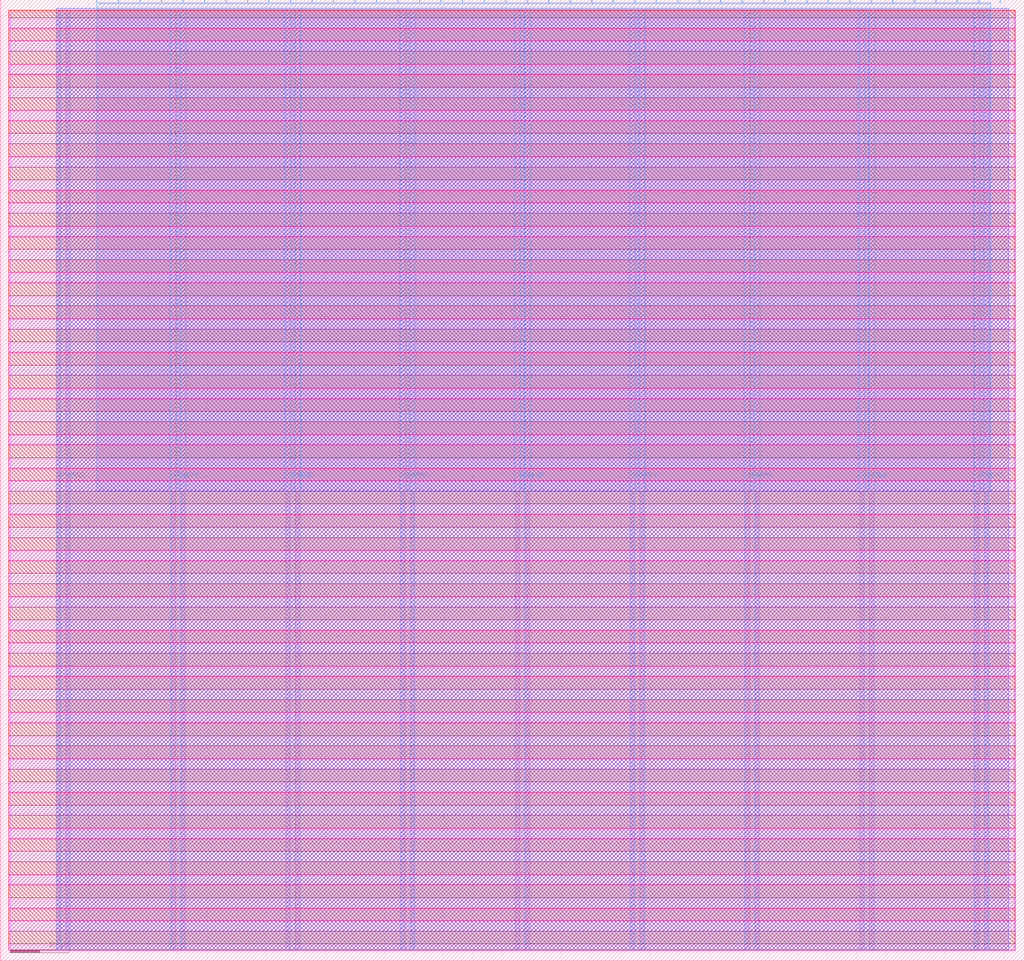
<source format=lef>
VERSION 5.7 ;
  NOWIREEXTENSIONATPIN ON ;
  DIVIDERCHAR "/" ;
  BUSBITCHARS "[]" ;
MACRO tt_um_kercrafter_leds_racer
  CLASS BLOCK ;
  FOREIGN tt_um_kercrafter_leds_racer ;
  ORIGIN 0.000 0.000 ;
  SIZE 346.640 BY 325.360 ;
  PIN VGND
    DIRECTION INOUT ;
    USE GROUND ;
    PORT
      LAYER Metal4 ;
        RECT 22.180 3.620 23.780 321.740 ;
    END
    PORT
      LAYER Metal4 ;
        RECT 61.050 3.620 62.650 321.740 ;
    END
    PORT
      LAYER Metal4 ;
        RECT 99.920 3.620 101.520 321.740 ;
    END
    PORT
      LAYER Metal4 ;
        RECT 138.790 3.620 140.390 321.740 ;
    END
    PORT
      LAYER Metal4 ;
        RECT 177.660 3.620 179.260 321.740 ;
    END
    PORT
      LAYER Metal4 ;
        RECT 216.530 3.620 218.130 321.740 ;
    END
    PORT
      LAYER Metal4 ;
        RECT 255.400 3.620 257.000 321.740 ;
    END
    PORT
      LAYER Metal4 ;
        RECT 294.270 3.620 295.870 321.740 ;
    END
    PORT
      LAYER Metal4 ;
        RECT 333.140 3.620 334.740 321.740 ;
    END
  END VGND
  PIN VPWR
    DIRECTION INOUT ;
    USE POWER ;
    PORT
      LAYER Metal4 ;
        RECT 18.880 3.620 20.480 321.740 ;
    END
    PORT
      LAYER Metal4 ;
        RECT 57.750 3.620 59.350 321.740 ;
    END
    PORT
      LAYER Metal4 ;
        RECT 96.620 3.620 98.220 321.740 ;
    END
    PORT
      LAYER Metal4 ;
        RECT 135.490 3.620 137.090 321.740 ;
    END
    PORT
      LAYER Metal4 ;
        RECT 174.360 3.620 175.960 321.740 ;
    END
    PORT
      LAYER Metal4 ;
        RECT 213.230 3.620 214.830 321.740 ;
    END
    PORT
      LAYER Metal4 ;
        RECT 252.100 3.620 253.700 321.740 ;
    END
    PORT
      LAYER Metal4 ;
        RECT 290.970 3.620 292.570 321.740 ;
    END
    PORT
      LAYER Metal4 ;
        RECT 329.840 3.620 331.440 321.740 ;
    END
  END VPWR
  PIN clk
    DIRECTION INPUT ;
    USE SIGNAL ;
    ANTENNAGATEAREA 4.738000 ;
    PORT
      LAYER Metal4 ;
        RECT 331.090 324.360 331.390 325.360 ;
    END
  END clk
  PIN ena
    DIRECTION INPUT ;
    USE SIGNAL ;
    PORT
      LAYER Metal4 ;
        RECT 338.370 324.360 338.670 325.360 ;
    END
  END ena
  PIN rst_n
    DIRECTION INPUT ;
    USE SIGNAL ;
    ANTENNAGATEAREA 0.396000 ;
    PORT
      LAYER Metal4 ;
        RECT 323.810 324.360 324.110 325.360 ;
    END
  END rst_n
  PIN ui_in[0]
    DIRECTION INPUT ;
    USE SIGNAL ;
    ANTENNAGATEAREA 0.396000 ;
    PORT
      LAYER Metal4 ;
        RECT 316.530 324.360 316.830 325.360 ;
    END
  END ui_in[0]
  PIN ui_in[1]
    DIRECTION INPUT ;
    USE SIGNAL ;
    ANTENNAGATEAREA 0.396000 ;
    PORT
      LAYER Metal4 ;
        RECT 309.250 324.360 309.550 325.360 ;
    END
  END ui_in[1]
  PIN ui_in[2]
    DIRECTION INPUT ;
    USE SIGNAL ;
    ANTENNAGATEAREA 0.396000 ;
    PORT
      LAYER Metal4 ;
        RECT 301.970 324.360 302.270 325.360 ;
    END
  END ui_in[2]
  PIN ui_in[3]
    DIRECTION INPUT ;
    USE SIGNAL ;
    ANTENNAGATEAREA 0.396000 ;
    PORT
      LAYER Metal4 ;
        RECT 294.690 324.360 294.990 325.360 ;
    END
  END ui_in[3]
  PIN ui_in[4]
    DIRECTION INPUT ;
    USE SIGNAL ;
    PORT
      LAYER Metal4 ;
        RECT 287.410 324.360 287.710 325.360 ;
    END
  END ui_in[4]
  PIN ui_in[5]
    DIRECTION INPUT ;
    USE SIGNAL ;
    PORT
      LAYER Metal4 ;
        RECT 280.130 324.360 280.430 325.360 ;
    END
  END ui_in[5]
  PIN ui_in[6]
    DIRECTION INPUT ;
    USE SIGNAL ;
    PORT
      LAYER Metal4 ;
        RECT 272.850 324.360 273.150 325.360 ;
    END
  END ui_in[6]
  PIN ui_in[7]
    DIRECTION INPUT ;
    USE SIGNAL ;
    PORT
      LAYER Metal4 ;
        RECT 265.570 324.360 265.870 325.360 ;
    END
  END ui_in[7]
  PIN uio_in[0]
    DIRECTION INPUT ;
    USE SIGNAL ;
    PORT
      LAYER Metal4 ;
        RECT 258.290 324.360 258.590 325.360 ;
    END
  END uio_in[0]
  PIN uio_in[1]
    DIRECTION INPUT ;
    USE SIGNAL ;
    PORT
      LAYER Metal4 ;
        RECT 251.010 324.360 251.310 325.360 ;
    END
  END uio_in[1]
  PIN uio_in[2]
    DIRECTION INPUT ;
    USE SIGNAL ;
    PORT
      LAYER Metal4 ;
        RECT 243.730 324.360 244.030 325.360 ;
    END
  END uio_in[2]
  PIN uio_in[3]
    DIRECTION INPUT ;
    USE SIGNAL ;
    PORT
      LAYER Metal4 ;
        RECT 236.450 324.360 236.750 325.360 ;
    END
  END uio_in[3]
  PIN uio_in[4]
    DIRECTION INPUT ;
    USE SIGNAL ;
    PORT
      LAYER Metal4 ;
        RECT 229.170 324.360 229.470 325.360 ;
    END
  END uio_in[4]
  PIN uio_in[5]
    DIRECTION INPUT ;
    USE SIGNAL ;
    PORT
      LAYER Metal4 ;
        RECT 221.890 324.360 222.190 325.360 ;
    END
  END uio_in[5]
  PIN uio_in[6]
    DIRECTION INPUT ;
    USE SIGNAL ;
    PORT
      LAYER Metal4 ;
        RECT 214.610 324.360 214.910 325.360 ;
    END
  END uio_in[6]
  PIN uio_in[7]
    DIRECTION INPUT ;
    USE SIGNAL ;
    PORT
      LAYER Metal4 ;
        RECT 207.330 324.360 207.630 325.360 ;
    END
  END uio_in[7]
  PIN uio_oe[0]
    DIRECTION OUTPUT ;
    USE SIGNAL ;
    ANTENNADIFFAREA 0.360800 ;
    PORT
      LAYER Metal4 ;
        RECT 83.570 324.360 83.870 325.360 ;
    END
  END uio_oe[0]
  PIN uio_oe[1]
    DIRECTION OUTPUT ;
    USE SIGNAL ;
    ANTENNADIFFAREA 0.360800 ;
    PORT
      LAYER Metal4 ;
        RECT 76.290 324.360 76.590 325.360 ;
    END
  END uio_oe[1]
  PIN uio_oe[2]
    DIRECTION OUTPUT ;
    USE SIGNAL ;
    ANTENNADIFFAREA 0.360800 ;
    PORT
      LAYER Metal4 ;
        RECT 69.010 324.360 69.310 325.360 ;
    END
  END uio_oe[2]
  PIN uio_oe[3]
    DIRECTION OUTPUT ;
    USE SIGNAL ;
    ANTENNADIFFAREA 0.360800 ;
    PORT
      LAYER Metal4 ;
        RECT 61.730 324.360 62.030 325.360 ;
    END
  END uio_oe[3]
  PIN uio_oe[4]
    DIRECTION OUTPUT ;
    USE SIGNAL ;
    ANTENNADIFFAREA 0.360800 ;
    PORT
      LAYER Metal4 ;
        RECT 54.450 324.360 54.750 325.360 ;
    END
  END uio_oe[4]
  PIN uio_oe[5]
    DIRECTION OUTPUT ;
    USE SIGNAL ;
    ANTENNADIFFAREA 0.360800 ;
    PORT
      LAYER Metal4 ;
        RECT 47.170 324.360 47.470 325.360 ;
    END
  END uio_oe[5]
  PIN uio_oe[6]
    DIRECTION OUTPUT ;
    USE SIGNAL ;
    ANTENNADIFFAREA 0.360800 ;
    PORT
      LAYER Metal4 ;
        RECT 39.890 324.360 40.190 325.360 ;
    END
  END uio_oe[6]
  PIN uio_oe[7]
    DIRECTION OUTPUT ;
    USE SIGNAL ;
    ANTENNADIFFAREA 0.360800 ;
    PORT
      LAYER Metal4 ;
        RECT 32.610 324.360 32.910 325.360 ;
    END
  END uio_oe[7]
  PIN uio_out[0]
    DIRECTION OUTPUT ;
    USE SIGNAL ;
    ANTENNADIFFAREA 0.360800 ;
    PORT
      LAYER Metal4 ;
        RECT 141.810 324.360 142.110 325.360 ;
    END
  END uio_out[0]
  PIN uio_out[1]
    DIRECTION OUTPUT ;
    USE SIGNAL ;
    ANTENNADIFFAREA 0.360800 ;
    PORT
      LAYER Metal4 ;
        RECT 134.530 324.360 134.830 325.360 ;
    END
  END uio_out[1]
  PIN uio_out[2]
    DIRECTION OUTPUT ;
    USE SIGNAL ;
    ANTENNADIFFAREA 0.360800 ;
    PORT
      LAYER Metal4 ;
        RECT 127.250 324.360 127.550 325.360 ;
    END
  END uio_out[2]
  PIN uio_out[3]
    DIRECTION OUTPUT ;
    USE SIGNAL ;
    ANTENNADIFFAREA 0.360800 ;
    PORT
      LAYER Metal4 ;
        RECT 119.970 324.360 120.270 325.360 ;
    END
  END uio_out[3]
  PIN uio_out[4]
    DIRECTION OUTPUT ;
    USE SIGNAL ;
    ANTENNADIFFAREA 0.360800 ;
    PORT
      LAYER Metal4 ;
        RECT 112.690 324.360 112.990 325.360 ;
    END
  END uio_out[4]
  PIN uio_out[5]
    DIRECTION OUTPUT ;
    USE SIGNAL ;
    ANTENNADIFFAREA 0.360800 ;
    PORT
      LAYER Metal4 ;
        RECT 105.410 324.360 105.710 325.360 ;
    END
  END uio_out[5]
  PIN uio_out[6]
    DIRECTION OUTPUT ;
    USE SIGNAL ;
    ANTENNADIFFAREA 0.360800 ;
    PORT
      LAYER Metal4 ;
        RECT 98.130 324.360 98.430 325.360 ;
    END
  END uio_out[6]
  PIN uio_out[7]
    DIRECTION OUTPUT ;
    USE SIGNAL ;
    ANTENNADIFFAREA 0.360800 ;
    PORT
      LAYER Metal4 ;
        RECT 90.850 324.360 91.150 325.360 ;
    END
  END uio_out[7]
  PIN uo_out[0]
    DIRECTION OUTPUT ;
    USE SIGNAL ;
    ANTENNADIFFAREA 1.986000 ;
    PORT
      LAYER Metal4 ;
        RECT 200.050 324.360 200.350 325.360 ;
    END
  END uo_out[0]
  PIN uo_out[1]
    DIRECTION OUTPUT ;
    USE SIGNAL ;
    ANTENNADIFFAREA 1.986000 ;
    PORT
      LAYER Metal4 ;
        RECT 192.770 324.360 193.070 325.360 ;
    END
  END uo_out[1]
  PIN uo_out[2]
    DIRECTION OUTPUT ;
    USE SIGNAL ;
    ANTENNADIFFAREA 2.080400 ;
    PORT
      LAYER Metal4 ;
        RECT 185.490 324.360 185.790 325.360 ;
    END
  END uo_out[2]
  PIN uo_out[3]
    DIRECTION OUTPUT ;
    USE SIGNAL ;
    ANTENNADIFFAREA 1.986000 ;
    PORT
      LAYER Metal4 ;
        RECT 178.210 324.360 178.510 325.360 ;
    END
  END uo_out[3]
  PIN uo_out[4]
    DIRECTION OUTPUT ;
    USE SIGNAL ;
    ANTENNADIFFAREA 1.986000 ;
    PORT
      LAYER Metal4 ;
        RECT 170.930 324.360 171.230 325.360 ;
    END
  END uo_out[4]
  PIN uo_out[5]
    DIRECTION OUTPUT ;
    USE SIGNAL ;
    ANTENNADIFFAREA 1.986000 ;
    PORT
      LAYER Metal4 ;
        RECT 163.650 324.360 163.950 325.360 ;
    END
  END uo_out[5]
  PIN uo_out[6]
    DIRECTION OUTPUT ;
    USE SIGNAL ;
    ANTENNADIFFAREA 1.986000 ;
    PORT
      LAYER Metal4 ;
        RECT 156.370 324.360 156.670 325.360 ;
    END
  END uo_out[6]
  PIN uo_out[7]
    DIRECTION OUTPUT ;
    USE SIGNAL ;
    ANTENNADIFFAREA 1.986000 ;
    PORT
      LAYER Metal4 ;
        RECT 149.090 324.360 149.390 325.360 ;
    END
  END uo_out[7]
  OBS
      LAYER Nwell ;
        RECT 2.930 319.280 343.710 321.870 ;
      LAYER Pwell ;
        RECT 2.930 315.760 343.710 319.280 ;
      LAYER Nwell ;
        RECT 2.930 311.440 343.710 315.760 ;
      LAYER Pwell ;
        RECT 2.930 307.920 343.710 311.440 ;
      LAYER Nwell ;
        RECT 2.930 303.600 343.710 307.920 ;
      LAYER Pwell ;
        RECT 2.930 300.080 343.710 303.600 ;
      LAYER Nwell ;
        RECT 2.930 295.760 343.710 300.080 ;
      LAYER Pwell ;
        RECT 2.930 292.240 343.710 295.760 ;
      LAYER Nwell ;
        RECT 2.930 287.920 343.710 292.240 ;
      LAYER Pwell ;
        RECT 2.930 284.400 343.710 287.920 ;
      LAYER Nwell ;
        RECT 2.930 280.080 343.710 284.400 ;
      LAYER Pwell ;
        RECT 2.930 276.560 343.710 280.080 ;
      LAYER Nwell ;
        RECT 2.930 272.240 343.710 276.560 ;
      LAYER Pwell ;
        RECT 2.930 268.720 343.710 272.240 ;
      LAYER Nwell ;
        RECT 2.930 264.400 343.710 268.720 ;
      LAYER Pwell ;
        RECT 2.930 260.880 343.710 264.400 ;
      LAYER Nwell ;
        RECT 2.930 256.560 343.710 260.880 ;
      LAYER Pwell ;
        RECT 2.930 253.040 343.710 256.560 ;
      LAYER Nwell ;
        RECT 2.930 248.720 343.710 253.040 ;
      LAYER Pwell ;
        RECT 2.930 245.200 343.710 248.720 ;
      LAYER Nwell ;
        RECT 2.930 240.880 343.710 245.200 ;
      LAYER Pwell ;
        RECT 2.930 237.360 343.710 240.880 ;
      LAYER Nwell ;
        RECT 2.930 233.040 343.710 237.360 ;
      LAYER Pwell ;
        RECT 2.930 229.520 343.710 233.040 ;
      LAYER Nwell ;
        RECT 2.930 225.200 343.710 229.520 ;
      LAYER Pwell ;
        RECT 2.930 221.680 343.710 225.200 ;
      LAYER Nwell ;
        RECT 2.930 217.360 343.710 221.680 ;
      LAYER Pwell ;
        RECT 2.930 213.840 343.710 217.360 ;
      LAYER Nwell ;
        RECT 2.930 209.520 343.710 213.840 ;
      LAYER Pwell ;
        RECT 2.930 206.000 343.710 209.520 ;
      LAYER Nwell ;
        RECT 2.930 201.680 343.710 206.000 ;
      LAYER Pwell ;
        RECT 2.930 198.160 343.710 201.680 ;
      LAYER Nwell ;
        RECT 2.930 193.840 343.710 198.160 ;
      LAYER Pwell ;
        RECT 2.930 190.320 343.710 193.840 ;
      LAYER Nwell ;
        RECT 2.930 186.000 343.710 190.320 ;
      LAYER Pwell ;
        RECT 2.930 182.480 343.710 186.000 ;
      LAYER Nwell ;
        RECT 2.930 178.160 343.710 182.480 ;
      LAYER Pwell ;
        RECT 2.930 174.640 343.710 178.160 ;
      LAYER Nwell ;
        RECT 2.930 170.320 343.710 174.640 ;
      LAYER Pwell ;
        RECT 2.930 166.800 343.710 170.320 ;
      LAYER Nwell ;
        RECT 2.930 162.480 343.710 166.800 ;
      LAYER Pwell ;
        RECT 2.930 158.960 343.710 162.480 ;
      LAYER Nwell ;
        RECT 2.930 154.640 343.710 158.960 ;
      LAYER Pwell ;
        RECT 2.930 151.120 343.710 154.640 ;
      LAYER Nwell ;
        RECT 2.930 146.800 343.710 151.120 ;
      LAYER Pwell ;
        RECT 2.930 143.280 343.710 146.800 ;
      LAYER Nwell ;
        RECT 2.930 138.960 343.710 143.280 ;
      LAYER Pwell ;
        RECT 2.930 135.440 343.710 138.960 ;
      LAYER Nwell ;
        RECT 2.930 131.120 343.710 135.440 ;
      LAYER Pwell ;
        RECT 2.930 127.600 343.710 131.120 ;
      LAYER Nwell ;
        RECT 2.930 123.280 343.710 127.600 ;
      LAYER Pwell ;
        RECT 2.930 119.760 343.710 123.280 ;
      LAYER Nwell ;
        RECT 2.930 115.440 343.710 119.760 ;
      LAYER Pwell ;
        RECT 2.930 111.920 343.710 115.440 ;
      LAYER Nwell ;
        RECT 2.930 107.600 343.710 111.920 ;
      LAYER Pwell ;
        RECT 2.930 104.080 343.710 107.600 ;
      LAYER Nwell ;
        RECT 2.930 99.760 343.710 104.080 ;
      LAYER Pwell ;
        RECT 2.930 96.240 343.710 99.760 ;
      LAYER Nwell ;
        RECT 2.930 91.920 343.710 96.240 ;
      LAYER Pwell ;
        RECT 2.930 88.400 343.710 91.920 ;
      LAYER Nwell ;
        RECT 2.930 84.080 343.710 88.400 ;
      LAYER Pwell ;
        RECT 2.930 80.560 343.710 84.080 ;
      LAYER Nwell ;
        RECT 2.930 76.240 343.710 80.560 ;
      LAYER Pwell ;
        RECT 2.930 72.720 343.710 76.240 ;
      LAYER Nwell ;
        RECT 2.930 68.400 343.710 72.720 ;
      LAYER Pwell ;
        RECT 2.930 64.880 343.710 68.400 ;
      LAYER Nwell ;
        RECT 2.930 60.560 343.710 64.880 ;
      LAYER Pwell ;
        RECT 2.930 57.040 343.710 60.560 ;
      LAYER Nwell ;
        RECT 2.930 52.720 343.710 57.040 ;
      LAYER Pwell ;
        RECT 2.930 49.200 343.710 52.720 ;
      LAYER Nwell ;
        RECT 2.930 44.880 343.710 49.200 ;
      LAYER Pwell ;
        RECT 2.930 41.360 343.710 44.880 ;
      LAYER Nwell ;
        RECT 2.930 37.040 343.710 41.360 ;
      LAYER Pwell ;
        RECT 2.930 33.520 343.710 37.040 ;
      LAYER Nwell ;
        RECT 2.930 29.200 343.710 33.520 ;
      LAYER Pwell ;
        RECT 2.930 25.680 343.710 29.200 ;
      LAYER Nwell ;
        RECT 2.930 21.360 343.710 25.680 ;
      LAYER Pwell ;
        RECT 2.930 17.840 343.710 21.360 ;
      LAYER Nwell ;
        RECT 2.930 13.520 343.710 17.840 ;
      LAYER Pwell ;
        RECT 2.930 10.000 343.710 13.520 ;
      LAYER Nwell ;
        RECT 2.930 5.680 343.710 10.000 ;
      LAYER Pwell ;
        RECT 2.930 3.490 343.710 5.680 ;
      LAYER Metal1 ;
        RECT 3.360 3.620 343.280 321.740 ;
      LAYER Metal2 ;
        RECT 19.020 3.730 341.460 322.470 ;
      LAYER Metal3 ;
        RECT 18.970 3.780 341.510 322.420 ;
      LAYER Metal4 ;
        RECT 33.210 324.060 39.590 324.360 ;
        RECT 40.490 324.060 46.870 324.360 ;
        RECT 47.770 324.060 54.150 324.360 ;
        RECT 55.050 324.060 61.430 324.360 ;
        RECT 62.330 324.060 68.710 324.360 ;
        RECT 69.610 324.060 75.990 324.360 ;
        RECT 76.890 324.060 83.270 324.360 ;
        RECT 84.170 324.060 90.550 324.360 ;
        RECT 91.450 324.060 97.830 324.360 ;
        RECT 98.730 324.060 105.110 324.360 ;
        RECT 106.010 324.060 112.390 324.360 ;
        RECT 113.290 324.060 119.670 324.360 ;
        RECT 120.570 324.060 126.950 324.360 ;
        RECT 127.850 324.060 134.230 324.360 ;
        RECT 135.130 324.060 141.510 324.360 ;
        RECT 142.410 324.060 148.790 324.360 ;
        RECT 149.690 324.060 156.070 324.360 ;
        RECT 156.970 324.060 163.350 324.360 ;
        RECT 164.250 324.060 170.630 324.360 ;
        RECT 171.530 324.060 177.910 324.360 ;
        RECT 178.810 324.060 185.190 324.360 ;
        RECT 186.090 324.060 192.470 324.360 ;
        RECT 193.370 324.060 199.750 324.360 ;
        RECT 200.650 324.060 207.030 324.360 ;
        RECT 207.930 324.060 214.310 324.360 ;
        RECT 215.210 324.060 221.590 324.360 ;
        RECT 222.490 324.060 228.870 324.360 ;
        RECT 229.770 324.060 236.150 324.360 ;
        RECT 237.050 324.060 243.430 324.360 ;
        RECT 244.330 324.060 250.710 324.360 ;
        RECT 251.610 324.060 257.990 324.360 ;
        RECT 258.890 324.060 265.270 324.360 ;
        RECT 266.170 324.060 272.550 324.360 ;
        RECT 273.450 324.060 279.830 324.360 ;
        RECT 280.730 324.060 287.110 324.360 ;
        RECT 288.010 324.060 294.390 324.360 ;
        RECT 295.290 324.060 301.670 324.360 ;
        RECT 302.570 324.060 308.950 324.360 ;
        RECT 309.850 324.060 316.230 324.360 ;
        RECT 317.130 324.060 323.510 324.360 ;
        RECT 324.410 324.060 330.790 324.360 ;
        RECT 331.690 324.060 335.300 324.360 ;
        RECT 32.620 322.040 335.300 324.060 ;
        RECT 32.620 159.130 57.450 322.040 ;
        RECT 59.650 159.130 60.750 322.040 ;
        RECT 62.950 159.130 96.320 322.040 ;
        RECT 98.520 159.130 99.620 322.040 ;
        RECT 101.820 159.130 135.190 322.040 ;
        RECT 137.390 159.130 138.490 322.040 ;
        RECT 140.690 159.130 174.060 322.040 ;
        RECT 176.260 159.130 177.360 322.040 ;
        RECT 179.560 159.130 212.930 322.040 ;
        RECT 215.130 159.130 216.230 322.040 ;
        RECT 218.430 159.130 251.800 322.040 ;
        RECT 254.000 159.130 255.100 322.040 ;
        RECT 257.300 159.130 290.670 322.040 ;
        RECT 292.870 159.130 293.970 322.040 ;
        RECT 296.170 159.130 329.540 322.040 ;
        RECT 331.740 159.130 332.840 322.040 ;
        RECT 335.040 159.130 335.300 322.040 ;
  END
END tt_um_kercrafter_leds_racer
END LIBRARY


</source>
